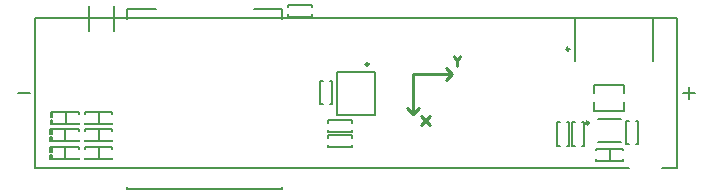
<source format=gbr>
%TF.GenerationSoftware,Altium Limited,Altium Designer,23.6.0 (18)*%
G04 Layer_Color=65535*
%FSLAX45Y45*%
%MOMM*%
%TF.SameCoordinates,DE65B9CC-D9CF-42CD-B8C9-10693606ABAB*%
%TF.FilePolarity,Positive*%
%TF.FileFunction,Legend,Top*%
%TF.Part,Single*%
G01*
G75*
%TA.AperFunction,NonConductor*%
%ADD27C,0.25000*%
%ADD28C,0.25400*%
%ADD29C,0.12700*%
%ADD30C,0.15240*%
%ADD31C,0.15000*%
%ADD32C,0.20000*%
D27*
X7113000Y3599800D02*
G03*
X7113000Y3599800I-12500J0D01*
G01*
X7277320Y2974800D02*
G03*
X7277320Y2974800I-12500J0D01*
G01*
X5413600Y3470800D02*
G03*
X5413600Y3470800I-12500J0D01*
G01*
D28*
X6159500Y3454400D02*
Y3505200D01*
X6184900Y3530600D02*
Y3543300D01*
X6159500Y3505200D02*
X6184900Y3530600D01*
X6134100D02*
X6159500Y3505200D01*
X6134100Y3530600D02*
Y3543300D01*
X6070600Y3340100D02*
X6121400Y3390900D01*
X6070600Y3441700D02*
X6121400Y3390900D01*
X5791200D02*
X6121400D01*
X5854700Y2959100D02*
X5930900Y3035300D01*
X5854700D02*
X5930900Y2959100D01*
X5791200Y3048000D02*
X5842000Y3098800D01*
X5740400D02*
X5791200Y3048000D01*
Y3390900D01*
D29*
X8026400Y2590800D02*
Y3860800D01*
X2590800D02*
X8026400D01*
X2590800Y2590800D02*
Y3860800D01*
Y2590800D02*
X7620600D01*
X7895600D02*
X8026400D01*
X8074400Y3225800D02*
X8174400D01*
X8124400Y3175800D02*
Y3275800D01*
X2442800Y3225800D02*
X2542800D01*
D30*
X3368200Y3858274D02*
Y3937700D01*
X4439174D02*
X4683600D01*
Y2412300D02*
Y2431726D01*
Y3858274D02*
Y3937700D01*
X3368200D02*
X3612626D01*
X3368200Y2412300D02*
Y2431726D01*
Y2412300D02*
X4683600D01*
D31*
X2723800Y3028600D02*
X2736500D01*
X2723800D02*
Y3066700D01*
X2736500D01*
X2723800Y3003200D02*
X2736500D01*
X2723800Y2965100D02*
Y3003200D01*
Y2965100D02*
X2736500D01*
X2965100Y3054000D02*
Y3066700D01*
X2736500D02*
X2965100D01*
X2736500Y3028600D02*
Y3066700D01*
Y2965100D02*
Y3003200D01*
Y2965100D02*
X2965100D01*
Y2977800D01*
X2850800Y2965100D02*
Y3066700D01*
X3014659Y2965100D02*
Y2977800D01*
Y2965100D02*
X3243259D01*
Y2977800D01*
Y3054000D02*
Y3066700D01*
X3014659D02*
X3243259D01*
X3014659Y3054000D02*
Y3066700D01*
X3128959Y2965100D02*
Y3066700D01*
X2717800Y2882900D02*
X2730500D01*
X2717800D02*
Y2921000D01*
X2730500D01*
X2717800Y2857500D02*
X2730500D01*
X2717800Y2819400D02*
Y2857500D01*
Y2819400D02*
X2730500D01*
X2959100Y2908300D02*
Y2921000D01*
X2730500D02*
X2959100D01*
X2730500Y2882900D02*
Y2921000D01*
Y2819400D02*
Y2857500D01*
Y2819400D02*
X2959100D01*
Y2832100D01*
X2844800Y2819400D02*
Y2921000D01*
X3014659Y2819400D02*
Y2832100D01*
Y2819400D02*
X3243259D01*
Y2832100D01*
Y2908300D02*
Y2921000D01*
X3014659D02*
X3243259D01*
X3014659Y2908300D02*
Y2921000D01*
X3128959Y2819400D02*
Y2921000D01*
X2717800Y2730500D02*
X2730500D01*
X2717800D02*
Y2768600D01*
X2730500D01*
X2717800Y2705100D02*
X2730500D01*
X2717800Y2667000D02*
Y2705100D01*
Y2667000D02*
X2730500D01*
X2959100Y2755900D02*
Y2768600D01*
X2730500D02*
X2959100D01*
X2730500Y2730500D02*
Y2768600D01*
Y2667000D02*
Y2705100D01*
Y2667000D02*
X2959100D01*
Y2679700D01*
X2844800Y2667000D02*
Y2768600D01*
X3014659Y2667000D02*
Y2679700D01*
Y2667000D02*
X3243259D01*
Y2679700D01*
Y2755900D02*
Y2768600D01*
X3014659D02*
X3243259D01*
X3014659Y2755900D02*
Y2768600D01*
X3128959Y2667000D02*
Y2768600D01*
X5268900Y2976400D02*
Y2996400D01*
X5068900D02*
X5268900D01*
X5068900Y2976400D02*
Y2996400D01*
Y2896400D02*
Y2916400D01*
Y2896400D02*
X5268900D01*
Y2916400D01*
X7340600Y2654300D02*
Y2667000D01*
Y2654300D02*
X7569200D01*
Y2667000D01*
Y2743200D02*
Y2755900D01*
X7340600D02*
X7569200D01*
X7340600Y2743200D02*
Y2755900D01*
X7454900Y2654300D02*
Y2755900D01*
X7595400Y2995600D02*
X7615400D01*
X7595400Y2795600D02*
Y2995600D01*
Y2795600D02*
X7615400D01*
X7675400D02*
X7695400D01*
Y2995600D01*
X7675400D02*
X7695400D01*
X5084600Y3131700D02*
X5104600D01*
Y3331700D01*
X5084600D02*
X5104600D01*
X5004600D02*
X5024600D01*
X5004600Y3131700D02*
Y3331700D01*
Y3131700D02*
X5024600D01*
X4932800Y3954300D02*
Y3974300D01*
X4732800D02*
X4932800D01*
X4732800Y3954300D02*
Y3974300D01*
Y3874300D02*
Y3894300D01*
Y3874300D02*
X4932800D01*
Y3894300D01*
X5068900Y2769400D02*
Y2789400D01*
Y2769400D02*
X5268900D01*
Y2789400D01*
Y2849400D02*
Y2869400D01*
X5068900D02*
X5268900D01*
X5068900Y2849400D02*
Y2869400D01*
X7091200Y2782900D02*
X7111200D01*
Y2982900D01*
X7091200D02*
X7111200D01*
X7011200D02*
X7031200D01*
X7011200Y2782900D02*
Y2982900D01*
Y2782900D02*
X7031200D01*
X7218200D02*
X7238200D01*
Y2982900D01*
X7218200D02*
X7238200D01*
X7138200D02*
X7158200D01*
X7138200Y2782900D02*
Y2982900D01*
Y2782900D02*
X7158200D01*
D32*
X3042100Y3753300D02*
Y3968300D01*
X3257100Y3753300D02*
Y3968300D01*
X7160500Y3497300D02*
Y3852300D01*
X7822000Y3497300D02*
X7825500D01*
X7160500D02*
X7164000D01*
X7825500D02*
Y3852300D01*
X7822000D02*
X7825500D01*
X7160500D02*
X7164000D01*
X7573200Y3077700D02*
Y3149600D01*
X7319200Y3077700D02*
X7573200D01*
X7319200D02*
Y3149600D01*
Y3225800D02*
Y3297700D01*
X7573200D01*
Y3225800D02*
Y3297700D01*
X7353444Y3009800D02*
X7553444D01*
X7353444Y2809800D02*
X7553444D01*
X5148600Y3410800D02*
X5468600D01*
X5148600Y3040800D02*
Y3410800D01*
Y3040800D02*
X5468600D01*
Y3410800D01*
%TF.MD5,307d950184f275cdcd9bc0d5faf79205*%
M02*

</source>
